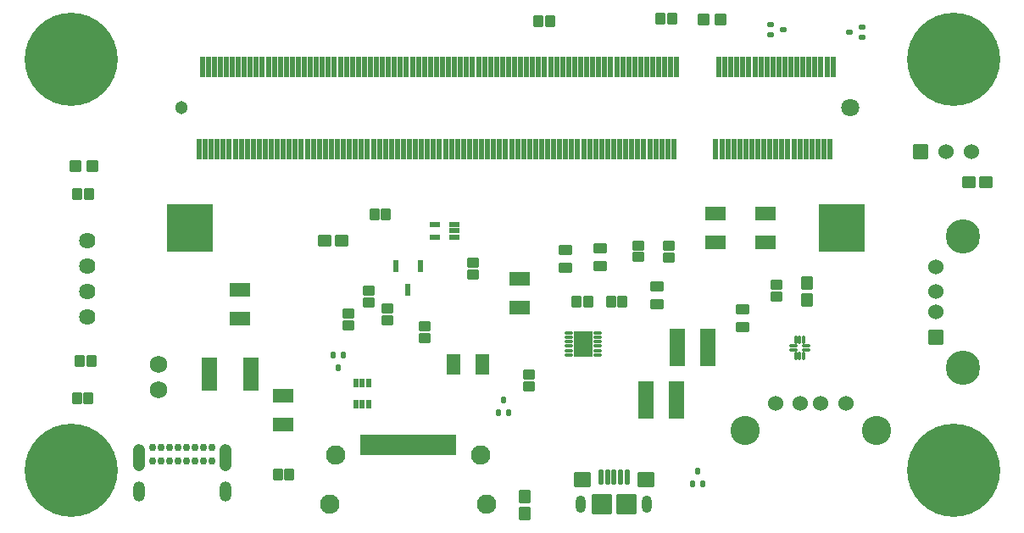
<source format=gbr>
%TF.GenerationSoftware,KiCad,Pcbnew,(6.0.9)*%
%TF.CreationDate,2023-01-10T21:20:11-08:00*%
%TF.ProjectId,RPCM1 IO Board,5250434d-3120-4494-9f20-426f6172642e,1*%
%TF.SameCoordinates,Original*%
%TF.FileFunction,Soldermask,Top*%
%TF.FilePolarity,Negative*%
%FSLAX46Y46*%
G04 Gerber Fmt 4.6, Leading zero omitted, Abs format (unit mm)*
G04 Created by KiCad (PCBNEW (6.0.9)) date 2023-01-10 21:20:11*
%MOMM*%
%LPD*%
G01*
G04 APERTURE LIST*
G04 Aperture macros list*
%AMRoundRect*
0 Rectangle with rounded corners*
0 $1 Rounding radius*
0 $2 $3 $4 $5 $6 $7 $8 $9 X,Y pos of 4 corners*
0 Add a 4 corners polygon primitive as box body*
4,1,4,$2,$3,$4,$5,$6,$7,$8,$9,$2,$3,0*
0 Add four circle primitives for the rounded corners*
1,1,$1+$1,$2,$3*
1,1,$1+$1,$4,$5*
1,1,$1+$1,$6,$7*
1,1,$1+$1,$8,$9*
0 Add four rect primitives between the rounded corners*
20,1,$1+$1,$2,$3,$4,$5,0*
20,1,$1+$1,$4,$5,$6,$7,0*
20,1,$1+$1,$6,$7,$8,$9,0*
20,1,$1+$1,$8,$9,$2,$3,0*%
G04 Aperture macros list end*
%ADD10C,0.711200*%
%ADD11C,0.762000*%
%ADD12O,1.219200X2.717800*%
%ADD13O,1.219200X2.006600*%
%ADD14C,5.801600*%
%ADD15C,9.301600*%
%ADD16RoundRect,0.050800X0.660000X0.955000X-0.660000X0.955000X-0.660000X-0.955000X0.660000X-0.955000X0*%
%ADD17RoundRect,0.050800X-0.955000X0.660000X-0.955000X-0.660000X0.955000X-0.660000X0.955000X0.660000X0*%
%ADD18RoundRect,0.101600X-0.424180X-0.449580X0.424180X-0.449580X0.424180X0.449580X-0.424180X0.449580X0*%
%ADD19RoundRect,0.101600X-0.449580X0.424180X-0.449580X-0.424180X0.449580X-0.424180X0.449580X0.424180X0*%
%ADD20RoundRect,0.050800X-0.177400X0.390899X-0.177400X-0.390899X0.177400X-0.390899X0.177400X0.390899X0*%
%ADD21RoundRect,0.101600X-0.499110X0.549910X-0.499110X-0.549910X0.499110X-0.549910X0.499110X0.549910X0*%
%ADD22RoundRect,0.089800X0.446000X0.156000X-0.446000X0.156000X-0.446000X-0.156000X0.446000X-0.156000X0*%
%ADD23RoundRect,0.101600X0.599440X-0.398780X0.599440X0.398780X-0.599440X0.398780X-0.599440X-0.398780X0*%
%ADD24RoundRect,0.100800X-0.350000X-0.050000X0.350000X-0.050000X0.350000X0.050000X-0.350000X0.050000X0*%
%ADD25RoundRect,0.050800X-0.850000X-1.250000X0.850000X-1.250000X0.850000X1.250000X-0.850000X1.250000X0*%
%ADD26C,0.609600*%
%ADD27RoundRect,0.050800X-0.203200X-0.673100X0.203200X-0.673100X0.203200X0.673100X-0.203200X0.673100X0*%
%ADD28RoundRect,0.050800X-0.800100X-0.698500X0.800100X-0.698500X0.800100X0.698500X-0.800100X0.698500X0*%
%ADD29RoundRect,0.050800X-0.952500X-0.952500X0.952500X-0.952500X0.952500X0.952500X-0.952500X0.952500X0*%
%ADD30O,1.016000X1.701800*%
%ADD31RoundRect,0.101600X0.549910X0.499110X-0.549910X0.499110X-0.549910X-0.499110X0.549910X-0.499110X0*%
%ADD32RoundRect,0.101600X0.424180X0.449580X-0.424180X0.449580X-0.424180X-0.449580X0.424180X-0.449580X0*%
%ADD33RoundRect,0.050800X-0.750000X-1.600000X0.750000X-1.600000X0.750000X1.600000X-0.750000X1.600000X0*%
%ADD34RoundRect,0.050800X-0.255000X0.200000X-0.255000X-0.200000X0.255000X-0.200000X0.255000X0.200000X0*%
%ADD35RoundRect,0.050800X0.200000X0.255000X-0.200000X0.255000X-0.200000X-0.255000X0.200000X-0.255000X0*%
%ADD36RoundRect,0.050800X-0.200000X-0.255000X0.200000X-0.255000X0.200000X0.255000X-0.200000X0.255000X0*%
%ADD37RoundRect,0.050800X0.220000X0.549999X-0.220000X0.549999X-0.220000X-0.549999X0.220000X-0.549999X0*%
%ADD38C,1.752600*%
%ADD39RoundRect,0.050800X0.714000X-0.714000X0.714000X0.714000X-0.714000X0.714000X-0.714000X-0.714000X0*%
%ADD40C,1.529600*%
%ADD41C,3.417600*%
%ADD42RoundRect,0.050800X-0.165100X-0.977900X0.165100X-0.977900X0.165100X0.977900X-0.165100X0.977900X0*%
%ADD43C,1.930400*%
%ADD44RoundRect,0.101600X-0.499110X0.499110X-0.499110X-0.499110X0.499110X-0.499110X0.499110X0.499110X0*%
%ADD45C,1.524000*%
%ADD46C,2.921000*%
%ADD47RoundRect,0.050800X0.749300X1.803400X-0.749300X1.803400X-0.749300X-1.803400X0.749300X-1.803400X0*%
%ADD48C,1.625600*%
%ADD49RoundRect,0.050800X0.255000X-0.200000X0.255000X0.200000X-0.255000X0.200000X-0.255000X-0.200000X0*%
%ADD50C,1.301600*%
%ADD51C,1.801600*%
%ADD52RoundRect,0.050800X-0.175000X-1.000000X0.175000X-1.000000X0.175000X1.000000X-0.175000X1.000000X0*%
%ADD53RoundRect,0.050800X-2.250000X-2.300000X2.250000X-2.300000X2.250000X2.300000X-2.250000X2.300000X0*%
%ADD54RoundRect,0.050800X-0.711200X-0.711200X0.711200X-0.711200X0.711200X0.711200X-0.711200X0.711200X0*%
%ADD55RoundRect,0.050800X0.375000X-0.102000X0.375000X0.102000X-0.375000X0.102000X-0.375000X-0.102000X0*%
%ADD56RoundRect,0.050800X-0.102000X-0.375000X0.102000X-0.375000X0.102000X0.375000X-0.102000X0.375000X0*%
G04 APERTURE END LIST*
D10*
%TO.C,J1*%
X62172759Y-85786180D03*
X62172759Y-84998780D03*
X70822729Y-84998780D03*
X62172744Y-81258181D03*
X62172744Y-82756781D03*
X70822729Y-82756780D03*
X70822729Y-85786180D03*
X70822729Y-81258180D03*
D11*
X63522744Y-81027480D03*
X64372745Y-81027480D03*
X65222743Y-81027480D03*
X66072744Y-81027480D03*
X66922745Y-81027480D03*
X67772746Y-81027480D03*
X68622744Y-81027480D03*
X69472745Y-81027480D03*
X63522744Y-82377480D03*
X64372745Y-82377480D03*
X65222743Y-82377480D03*
X66072744Y-82377480D03*
X66922745Y-82377480D03*
X67772746Y-82377480D03*
X68622744Y-82377480D03*
X69472745Y-82377480D03*
D12*
X62172744Y-82007481D03*
X70822729Y-82007480D03*
D13*
X62172759Y-85392480D03*
X70822729Y-85392480D03*
%TD*%
D14*
%TO.C,H4*%
X143510000Y-83312000D03*
D15*
X143510000Y-83312000D03*
%TD*%
D16*
%TO.C,C17*%
X96454700Y-72712580D03*
X93562700Y-72712580D03*
%TD*%
D17*
%TO.C,C9*%
X119773700Y-57677580D03*
X119773700Y-60569580D03*
%TD*%
D18*
%TO.C,R3*%
X76014580Y-83761580D03*
X77172820Y-83761580D03*
%TD*%
D14*
%TO.C,H3*%
X143522700Y-42232580D03*
D15*
X143522700Y-42232580D03*
%TD*%
D19*
%TO.C,R5*%
X101104700Y-73784460D03*
X101104700Y-74942700D03*
%TD*%
D18*
%TO.C,R8*%
X102049580Y-38422580D03*
X103207820Y-38422580D03*
%TD*%
D19*
%TO.C,R2*%
X83070700Y-67688460D03*
X83070700Y-68846700D03*
%TD*%
D20*
%TO.C,U2*%
X85117699Y-74569579D03*
X84467700Y-74569579D03*
X83817701Y-74569579D03*
X83817701Y-76697581D03*
X84467700Y-76697581D03*
X85117699Y-76697581D03*
%TD*%
D18*
%TO.C,R6*%
X114241580Y-38168580D03*
X115399820Y-38168580D03*
%TD*%
D21*
%TO.C,R14*%
X100723700Y-85961220D03*
X100723700Y-87657940D03*
%TD*%
D19*
%TO.C,C11*%
X95516700Y-62608460D03*
X95516700Y-63766700D03*
%TD*%
D22*
%TO.C,U4*%
X93702700Y-60027580D03*
X93702700Y-59377580D03*
X93702700Y-58727580D03*
X91742700Y-58727580D03*
X91742700Y-60027580D03*
%TD*%
D19*
%TO.C,C1*%
X85102700Y-65402460D03*
X85102700Y-66560700D03*
%TD*%
D23*
%TO.C,C7*%
X104787700Y-63070740D03*
X104787700Y-61272420D03*
%TD*%
D24*
%TO.C,U3*%
X105115700Y-69555580D03*
X105115700Y-70005580D03*
X105115700Y-70455580D03*
X105115700Y-70905580D03*
X105115700Y-71355580D03*
X105115700Y-71805580D03*
X108015700Y-71805580D03*
X108015700Y-71355580D03*
X108015700Y-70905580D03*
X108015700Y-70455580D03*
X108015700Y-70005580D03*
X108015700Y-69555580D03*
D25*
X106565700Y-70680580D03*
%TD*%
D26*
%TO.C,J7*%
X112913698Y-87041782D03*
X106313702Y-86355982D03*
X112913698Y-86355982D03*
X106313702Y-87041782D03*
D27*
X108313700Y-84023881D03*
X108963701Y-84023881D03*
X109613700Y-84023881D03*
X110263699Y-84023881D03*
X110913700Y-84023881D03*
D28*
X106413699Y-84248881D03*
X112813701Y-84248881D03*
D29*
X108413700Y-86698882D03*
X110813700Y-86698882D03*
D30*
X106313702Y-86698882D03*
X112913698Y-86698882D03*
%TD*%
D31*
%TO.C,C13*%
X82395060Y-60393580D03*
X80698340Y-60393580D03*
%TD*%
D32*
%TO.C,R13*%
X57106820Y-76116180D03*
X55948580Y-76116180D03*
%TD*%
D15*
%TO.C,H2*%
X55384700Y-42232580D03*
D14*
X55384700Y-42232580D03*
%TD*%
D33*
%TO.C,F1*%
X69159700Y-73728580D03*
X73359700Y-73728580D03*
%TD*%
D17*
%TO.C,C3*%
X76593700Y-75838580D03*
X76593700Y-78730580D03*
%TD*%
D34*
%TO.C,Q4*%
X125219700Y-38811580D03*
X125219700Y-39811580D03*
X126519700Y-39311580D03*
%TD*%
D35*
%TO.C,Q1*%
X82554700Y-71808580D03*
X81554700Y-71808580D03*
X82054700Y-73108580D03*
%TD*%
D36*
%TO.C,Q5*%
X117495700Y-84665580D03*
X118495700Y-84665580D03*
X117995700Y-83365580D03*
%TD*%
D37*
%TO.C,U1*%
X90239700Y-62876580D03*
X89039700Y-65276580D03*
X87839700Y-62876580D03*
%TD*%
D38*
%TO.C,J3*%
X64147700Y-75252580D03*
X64147700Y-72712580D03*
%TD*%
D32*
%TO.C,R15*%
X57157620Y-55694580D03*
X55999380Y-55694580D03*
%TD*%
D36*
%TO.C,Q2*%
X98064700Y-77553580D03*
X99064700Y-77553580D03*
X98564700Y-76253580D03*
%TD*%
D39*
%TO.C,J5*%
X141714700Y-69989580D03*
D40*
X141714700Y-67489580D03*
X141714700Y-65489580D03*
X141714700Y-62989580D03*
D41*
X144424700Y-73059580D03*
X144424700Y-59919580D03*
%TD*%
D42*
%TO.C,J2*%
X93539701Y-80796257D03*
X93039699Y-80796257D03*
X92539700Y-80796257D03*
X92039699Y-80796257D03*
X91539700Y-80796257D03*
X91039701Y-80796257D03*
X90539699Y-80796257D03*
X90039700Y-80796257D03*
X89539699Y-80796257D03*
X89039700Y-80796257D03*
X88539701Y-80796257D03*
X88039699Y-80796257D03*
X87539700Y-80796257D03*
X87039699Y-80796257D03*
X86539700Y-80796257D03*
X86039701Y-80796257D03*
X85539699Y-80796257D03*
X85039700Y-80796257D03*
X84539699Y-80796257D03*
D43*
X81789702Y-81796258D03*
X96289698Y-81796258D03*
X81189700Y-86696169D03*
X96889699Y-86696169D03*
%TD*%
D17*
%TO.C,C10*%
X124726700Y-57677580D03*
X124726700Y-60569580D03*
%TD*%
D19*
%TO.C,R10*%
X115100100Y-60906660D03*
X115100100Y-62064900D03*
%TD*%
D44*
%TO.C,D2*%
X55778400Y-52900580D03*
X57531000Y-52900580D03*
%TD*%
D19*
%TO.C,R9*%
X112001300Y-60855860D03*
X112001300Y-62014100D03*
%TD*%
D32*
%TO.C,C12*%
X86824820Y-57726580D03*
X85666580Y-57726580D03*
%TD*%
D21*
%TO.C,R11*%
X128917700Y-64625220D03*
X128917700Y-66321940D03*
%TD*%
D31*
%TO.C,R7*%
X146784060Y-54551580D03*
X145087340Y-54551580D03*
%TD*%
D14*
%TO.C,H1*%
X55372000Y-83312000D03*
D15*
X55372000Y-83312000D03*
%TD*%
D23*
%TO.C,C4*%
X122440700Y-69039740D03*
X122440700Y-67241420D03*
%TD*%
%TO.C,C5*%
X113931700Y-66753740D03*
X113931700Y-64955420D03*
%TD*%
D18*
%TO.C,C6*%
X109288580Y-66489580D03*
X110446820Y-66489580D03*
%TD*%
D45*
%TO.C,J6*%
X125731700Y-76630571D03*
X128246300Y-76630571D03*
X130252900Y-76630571D03*
X132767500Y-76630571D03*
D46*
X122679600Y-79322971D03*
X135819600Y-79322971D03*
%TD*%
D47*
%TO.C,L2*%
X115836700Y-76268580D03*
X112788700Y-76268580D03*
%TD*%
D48*
%TO.C,M1*%
X57035700Y-68013580D03*
X57035700Y-65473580D03*
X57035700Y-62933580D03*
X57035700Y-60393580D03*
%TD*%
D19*
%TO.C,C2*%
X87007700Y-67180460D03*
X87007700Y-68338700D03*
%TD*%
D32*
%TO.C,R12*%
X57411620Y-72407780D03*
X56253380Y-72407780D03*
%TD*%
D23*
%TO.C,C8*%
X108216700Y-62943740D03*
X108216700Y-61145420D03*
%TD*%
D19*
%TO.C,C14*%
X125869700Y-64767460D03*
X125869700Y-65925700D03*
%TD*%
%TO.C,R1*%
X90690700Y-68958460D03*
X90690700Y-70116700D03*
%TD*%
D49*
%TO.C,Q3*%
X134393700Y-40065580D03*
X134393700Y-39065580D03*
X133093700Y-39565580D03*
%TD*%
D50*
%TO.C,U5*%
X66431700Y-47094580D03*
D51*
X133231700Y-47094580D03*
D52*
X131481700Y-42994580D03*
X131181700Y-51194580D03*
X130881700Y-42994580D03*
X130581700Y-51194580D03*
X130281700Y-42994580D03*
X129981700Y-51194580D03*
X129681700Y-42994580D03*
X129381700Y-51194580D03*
X129081700Y-42994580D03*
X128781700Y-51194580D03*
X128481700Y-42994580D03*
X128181700Y-51194580D03*
X127881700Y-42994580D03*
X127581700Y-51194580D03*
X127281700Y-42994580D03*
X126981700Y-51194580D03*
X126681700Y-42994580D03*
X126381700Y-51194580D03*
X126081700Y-42994580D03*
X125781700Y-51194580D03*
X125481700Y-42994580D03*
X125181700Y-51194580D03*
X124881700Y-42994580D03*
X124581700Y-51194580D03*
X124281700Y-42994580D03*
X123981700Y-51194580D03*
X123681700Y-42994580D03*
X123381700Y-51194580D03*
X123081700Y-42994580D03*
X122781700Y-51194580D03*
X122481700Y-42994580D03*
X122181700Y-51194580D03*
X121881700Y-42994580D03*
X121581700Y-51194580D03*
X121281700Y-42994580D03*
X120981700Y-51194580D03*
X120681700Y-42994580D03*
X120381700Y-51194580D03*
X120081700Y-42994580D03*
X119781700Y-51194580D03*
X115881700Y-42994580D03*
X115581700Y-51194580D03*
X115281700Y-42994580D03*
X114981700Y-51194580D03*
X114681700Y-42994580D03*
X114381700Y-51194580D03*
X114081700Y-42994580D03*
X113781700Y-51194580D03*
X113481700Y-42994580D03*
X113181700Y-51194580D03*
X112881700Y-42994580D03*
X112581700Y-51194580D03*
X112281700Y-42994580D03*
X111981700Y-51194580D03*
X111681700Y-42994580D03*
X111381700Y-51194580D03*
X111081700Y-42994580D03*
X110781700Y-51194580D03*
X110481700Y-42994580D03*
X110181700Y-51194580D03*
X109881700Y-42994580D03*
X109581700Y-51194580D03*
X109281700Y-42994580D03*
X108981700Y-51194580D03*
X108681700Y-42994580D03*
X108381700Y-51194580D03*
X108081700Y-42994580D03*
X107781700Y-51194580D03*
X107481700Y-42994580D03*
X107181700Y-51194580D03*
X106881700Y-42994580D03*
X106581700Y-51194580D03*
X106281700Y-42994580D03*
X105981700Y-51194580D03*
X105681700Y-42994580D03*
X105381700Y-51194580D03*
X105081700Y-42994580D03*
X104781700Y-51194580D03*
X104481700Y-42994580D03*
X104181700Y-51194580D03*
X103881700Y-42994580D03*
X103581700Y-51194580D03*
X103281700Y-42994580D03*
X102981700Y-51194580D03*
X102681700Y-42994580D03*
X102381700Y-51194580D03*
X102081700Y-42994580D03*
X101781700Y-51194580D03*
X101481700Y-42994580D03*
X101181700Y-51194580D03*
X100881700Y-42994580D03*
X100581700Y-51194580D03*
X100281700Y-42994580D03*
X99981700Y-51194580D03*
X99681700Y-42994580D03*
X99381700Y-51194580D03*
X99081700Y-42994580D03*
X98781700Y-51194580D03*
X98481700Y-42994580D03*
X98181700Y-51194580D03*
X97881700Y-42994580D03*
X97581700Y-51194580D03*
X97281700Y-42994580D03*
X96981700Y-51194580D03*
X96681700Y-42994580D03*
X96381700Y-51194580D03*
X96081700Y-42994580D03*
X95781700Y-51194580D03*
X95481700Y-42994580D03*
X95181700Y-51194580D03*
X94881700Y-42994580D03*
X94581700Y-51194580D03*
X94281700Y-42994580D03*
X93981700Y-51194580D03*
X93681700Y-42994580D03*
X93381700Y-51194580D03*
X93081700Y-42994580D03*
X92781700Y-51194580D03*
X92481700Y-42994580D03*
X92181700Y-51194580D03*
X91881700Y-42994580D03*
X91581700Y-51194580D03*
X91281700Y-42994580D03*
X90981700Y-51194580D03*
X90681700Y-42994580D03*
X90381700Y-51194580D03*
X90081700Y-42994580D03*
X89781700Y-51194580D03*
X89481700Y-42994580D03*
X89181700Y-51194580D03*
X88881700Y-42994580D03*
X88581700Y-51194580D03*
X88281700Y-42994580D03*
X87981700Y-51194580D03*
X87681700Y-42994580D03*
X87381700Y-51194580D03*
X87081700Y-42994580D03*
X86781700Y-51194580D03*
X86481700Y-42994580D03*
X86181700Y-51194580D03*
X85881700Y-42994580D03*
X85581700Y-51194580D03*
X85281700Y-42994580D03*
X84981700Y-51194580D03*
X84681700Y-42994580D03*
X84381700Y-51194580D03*
X84081700Y-42994580D03*
X83781700Y-51194580D03*
X83481700Y-42994580D03*
X83181700Y-51194580D03*
X82881700Y-42994580D03*
X82581700Y-51194580D03*
X82281700Y-42994580D03*
X81981700Y-51194580D03*
X81681700Y-42994580D03*
X81381700Y-51194580D03*
X81081700Y-42994580D03*
X80781700Y-51194580D03*
X80481700Y-42994580D03*
X80181700Y-51194580D03*
X79881700Y-42994580D03*
X79581700Y-51194580D03*
X79281700Y-42994580D03*
X78981700Y-51194580D03*
X78681700Y-42994580D03*
X78381700Y-51194580D03*
X78081700Y-42994580D03*
X77781700Y-51194580D03*
X77481700Y-42994580D03*
X77181700Y-51194580D03*
X76881700Y-42994580D03*
X76581700Y-51194580D03*
X76281700Y-42994580D03*
X75981700Y-51194580D03*
X75681700Y-42994580D03*
X75381700Y-51194580D03*
X75081700Y-42994580D03*
X74781700Y-51194580D03*
X74481700Y-42994580D03*
X74181700Y-51194580D03*
X73881700Y-42994580D03*
X73581700Y-51194580D03*
X73281700Y-42994580D03*
X72981700Y-51194580D03*
X72681700Y-42994580D03*
X72381700Y-51194580D03*
X72081700Y-42994580D03*
X71781700Y-51194580D03*
X71481700Y-42994580D03*
X71181700Y-51194580D03*
X70881700Y-42994580D03*
X70581700Y-51194580D03*
X70281700Y-42994580D03*
X69981700Y-51194580D03*
X69681700Y-42994580D03*
X69381700Y-51194580D03*
X69081700Y-42994580D03*
X68781700Y-51194580D03*
X68481700Y-42994580D03*
X68181700Y-51194580D03*
D53*
X132381700Y-59094580D03*
X67281700Y-59094580D03*
%TD*%
D44*
%TO.C,D1*%
X118516400Y-38295580D03*
X120269000Y-38295580D03*
%TD*%
D47*
%TO.C,L1*%
X119011700Y-71061580D03*
X115963700Y-71061580D03*
%TD*%
D17*
%TO.C,C16*%
X100215700Y-64203580D03*
X100215700Y-67095580D03*
%TD*%
D54*
%TO.C,J4*%
X140220700Y-51503580D03*
D45*
X142760700Y-51503580D03*
X145300700Y-51503580D03*
%TD*%
D18*
%TO.C,R4*%
X105859580Y-66489580D03*
X107017820Y-66489580D03*
%TD*%
D17*
%TO.C,C15*%
X72275700Y-65297580D03*
X72275700Y-68189580D03*
%TD*%
D55*
%TO.C,U6*%
X127532201Y-70861580D03*
X127532201Y-71261580D03*
D56*
X127755701Y-71888279D03*
X128155700Y-71888279D03*
X128555699Y-71888279D03*
D55*
X128779199Y-71261580D03*
X128779199Y-70861580D03*
D56*
X128555699Y-70234881D03*
X128155700Y-70234881D03*
X127755701Y-70234881D03*
%TD*%
M02*

</source>
